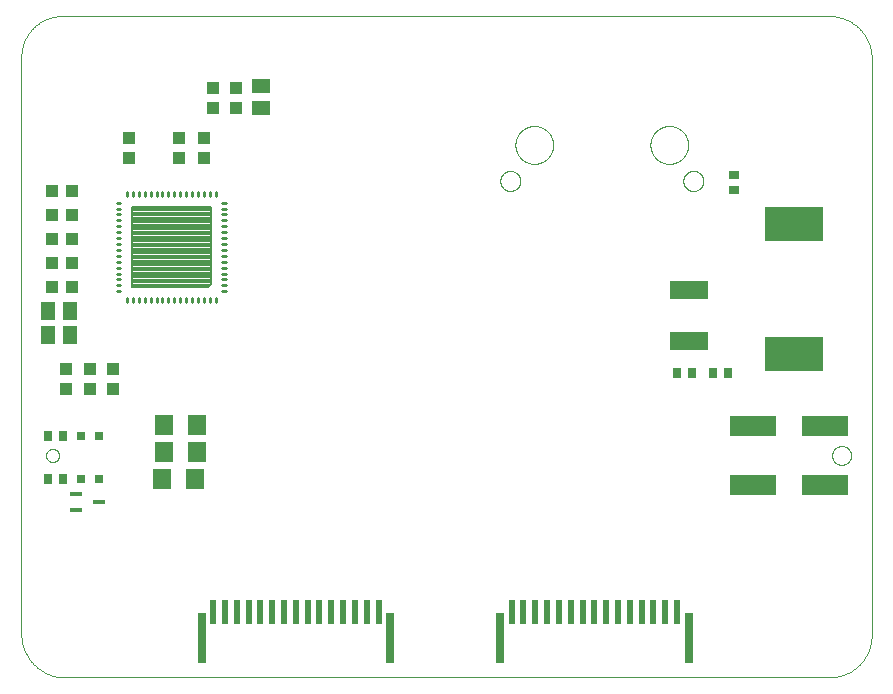
<source format=gtp>
G75*
%MOIN*%
%OFA0B0*%
%FSLAX25Y25*%
%IPPOS*%
%LPD*%
%AMOC8*
5,1,8,0,0,1.08239X$1,22.5*
%
%ADD10C,0.00000*%
%ADD11R,0.02400X0.07900*%
%ADD12R,0.02800X0.16500*%
%ADD13R,0.12992X0.06102*%
%ADD14R,0.02756X0.03543*%
%ADD15R,0.03150X0.03150*%
%ADD16R,0.06299X0.07087*%
%ADD17R,0.04400X0.01800*%
%ADD18R,0.15748X0.07087*%
%ADD19R,0.03543X0.02756*%
%ADD20R,0.19685X0.11811*%
%ADD21C,0.00984*%
%ADD22C,0.00800*%
%ADD23R,0.04331X0.03937*%
%ADD24R,0.03937X0.04331*%
%ADD25R,0.05906X0.05118*%
%ADD26R,0.05118X0.05906*%
D10*
X0015673Y0001500D02*
X0270791Y0001500D01*
X0271133Y0001504D01*
X0271476Y0001517D01*
X0271818Y0001537D01*
X0272159Y0001566D01*
X0272499Y0001603D01*
X0272839Y0001649D01*
X0273177Y0001702D01*
X0273514Y0001764D01*
X0273849Y0001834D01*
X0274183Y0001912D01*
X0274514Y0001998D01*
X0274844Y0002092D01*
X0275171Y0002194D01*
X0275495Y0002303D01*
X0275817Y0002421D01*
X0276136Y0002546D01*
X0276451Y0002679D01*
X0276764Y0002820D01*
X0277072Y0002968D01*
X0277378Y0003123D01*
X0277679Y0003286D01*
X0277976Y0003456D01*
X0278269Y0003633D01*
X0278558Y0003818D01*
X0278842Y0004009D01*
X0279122Y0004207D01*
X0279396Y0004411D01*
X0279666Y0004623D01*
X0279930Y0004840D01*
X0280189Y0005064D01*
X0280443Y0005295D01*
X0280691Y0005531D01*
X0280933Y0005773D01*
X0281169Y0006021D01*
X0281400Y0006275D01*
X0281624Y0006534D01*
X0281841Y0006798D01*
X0282053Y0007068D01*
X0282257Y0007342D01*
X0282455Y0007622D01*
X0282646Y0007906D01*
X0282831Y0008195D01*
X0283008Y0008488D01*
X0283178Y0008785D01*
X0283341Y0009086D01*
X0283496Y0009392D01*
X0283644Y0009700D01*
X0283785Y0010013D01*
X0283918Y0010328D01*
X0284043Y0010647D01*
X0284161Y0010969D01*
X0284270Y0011293D01*
X0284372Y0011620D01*
X0284466Y0011950D01*
X0284552Y0012281D01*
X0284630Y0012615D01*
X0284700Y0012950D01*
X0284762Y0013287D01*
X0284815Y0013625D01*
X0284861Y0013965D01*
X0284898Y0014305D01*
X0284927Y0014646D01*
X0284947Y0014988D01*
X0284960Y0015331D01*
X0284964Y0015673D01*
X0284965Y0015673D02*
X0284965Y0207799D01*
X0284964Y0207799D02*
X0284960Y0208141D01*
X0284947Y0208484D01*
X0284927Y0208826D01*
X0284898Y0209167D01*
X0284861Y0209507D01*
X0284815Y0209847D01*
X0284762Y0210185D01*
X0284700Y0210522D01*
X0284630Y0210857D01*
X0284552Y0211191D01*
X0284466Y0211522D01*
X0284372Y0211852D01*
X0284270Y0212179D01*
X0284161Y0212503D01*
X0284043Y0212825D01*
X0283918Y0213144D01*
X0283785Y0213459D01*
X0283644Y0213772D01*
X0283496Y0214080D01*
X0283341Y0214386D01*
X0283178Y0214687D01*
X0283008Y0214984D01*
X0282831Y0215277D01*
X0282646Y0215566D01*
X0282455Y0215850D01*
X0282257Y0216130D01*
X0282053Y0216404D01*
X0281841Y0216674D01*
X0281624Y0216938D01*
X0281400Y0217197D01*
X0281169Y0217451D01*
X0280933Y0217699D01*
X0280691Y0217941D01*
X0280443Y0218177D01*
X0280189Y0218408D01*
X0279930Y0218632D01*
X0279666Y0218849D01*
X0279396Y0219061D01*
X0279122Y0219265D01*
X0278842Y0219463D01*
X0278558Y0219654D01*
X0278269Y0219839D01*
X0277976Y0220016D01*
X0277679Y0220186D01*
X0277378Y0220349D01*
X0277072Y0220504D01*
X0276764Y0220652D01*
X0276451Y0220793D01*
X0276136Y0220926D01*
X0275817Y0221051D01*
X0275495Y0221169D01*
X0275171Y0221278D01*
X0274844Y0221380D01*
X0274514Y0221474D01*
X0274183Y0221560D01*
X0273849Y0221638D01*
X0273514Y0221708D01*
X0273177Y0221770D01*
X0272839Y0221823D01*
X0272499Y0221869D01*
X0272159Y0221906D01*
X0271818Y0221935D01*
X0271476Y0221955D01*
X0271133Y0221968D01*
X0270791Y0221972D01*
X0015673Y0221972D01*
X0015342Y0221980D01*
X0015012Y0221980D01*
X0014681Y0221972D01*
X0014351Y0221956D01*
X0014021Y0221932D01*
X0013692Y0221901D01*
X0013364Y0221861D01*
X0013037Y0221813D01*
X0012711Y0221758D01*
X0012386Y0221694D01*
X0012063Y0221623D01*
X0011742Y0221544D01*
X0011423Y0221457D01*
X0011107Y0221363D01*
X0010792Y0221261D01*
X0010480Y0221151D01*
X0010171Y0221034D01*
X0009865Y0220909D01*
X0009562Y0220777D01*
X0009262Y0220638D01*
X0008965Y0220492D01*
X0008672Y0220338D01*
X0008383Y0220177D01*
X0008098Y0220010D01*
X0007817Y0219836D01*
X0007541Y0219654D01*
X0007269Y0219467D01*
X0007001Y0219272D01*
X0006738Y0219072D01*
X0006480Y0218865D01*
X0006228Y0218652D01*
X0005980Y0218433D01*
X0005738Y0218207D01*
X0005501Y0217977D01*
X0005270Y0217740D01*
X0005045Y0217498D01*
X0004826Y0217251D01*
X0004612Y0216998D01*
X0004405Y0216740D01*
X0004204Y0216478D01*
X0004010Y0216210D01*
X0003822Y0215938D01*
X0003641Y0215662D01*
X0003466Y0215381D01*
X0003299Y0215096D01*
X0003138Y0214807D01*
X0002984Y0214514D01*
X0002838Y0214218D01*
X0002698Y0213918D01*
X0002566Y0213615D01*
X0002441Y0213309D01*
X0002324Y0213000D01*
X0002214Y0212688D01*
X0002112Y0212373D01*
X0002017Y0212057D01*
X0001930Y0211738D01*
X0001851Y0211417D01*
X0001779Y0211094D01*
X0001716Y0210769D01*
X0001660Y0210443D01*
X0001612Y0210116D01*
X0001572Y0209788D01*
X0001540Y0209459D01*
X0001516Y0209129D01*
X0001500Y0208799D01*
X0001500Y0016673D01*
X0001492Y0016318D01*
X0001492Y0015963D01*
X0001502Y0015609D01*
X0001520Y0015254D01*
X0001546Y0014901D01*
X0001581Y0014548D01*
X0001625Y0014195D01*
X0001677Y0013845D01*
X0001737Y0013495D01*
X0001806Y0013147D01*
X0001884Y0012801D01*
X0001969Y0012456D01*
X0002063Y0012114D01*
X0002165Y0011774D01*
X0002276Y0011437D01*
X0002394Y0011103D01*
X0002521Y0010771D01*
X0002655Y0010443D01*
X0002798Y0010118D01*
X0002948Y0009797D01*
X0003106Y0009479D01*
X0003271Y0009165D01*
X0003445Y0008855D01*
X0003625Y0008550D01*
X0003813Y0008249D01*
X0004008Y0007953D01*
X0004210Y0007661D01*
X0004419Y0007375D01*
X0004635Y0007093D01*
X0004858Y0006817D01*
X0005088Y0006546D01*
X0005323Y0006281D01*
X0005566Y0006022D01*
X0005814Y0005769D01*
X0006068Y0005521D01*
X0006329Y0005280D01*
X0006595Y0005046D01*
X0006867Y0004817D01*
X0007144Y0004596D01*
X0007426Y0004381D01*
X0007714Y0004173D01*
X0008006Y0003972D01*
X0008303Y0003778D01*
X0008605Y0003592D01*
X0008911Y0003413D01*
X0009222Y0003241D01*
X0009536Y0003077D01*
X0009855Y0002920D01*
X0010177Y0002771D01*
X0010502Y0002630D01*
X0010831Y0002497D01*
X0011163Y0002372D01*
X0011498Y0002255D01*
X0011836Y0002146D01*
X0012176Y0002046D01*
X0012518Y0001953D01*
X0012863Y0001869D01*
X0013210Y0001793D01*
X0013558Y0001726D01*
X0013908Y0001667D01*
X0014259Y0001616D01*
X0014611Y0001574D01*
X0014965Y0001541D01*
X0015319Y0001516D01*
X0015673Y0001500D01*
X0009776Y0075500D02*
X0009778Y0075593D01*
X0009784Y0075685D01*
X0009794Y0075777D01*
X0009808Y0075868D01*
X0009825Y0075959D01*
X0009847Y0076049D01*
X0009872Y0076138D01*
X0009901Y0076226D01*
X0009934Y0076312D01*
X0009971Y0076397D01*
X0010011Y0076481D01*
X0010055Y0076562D01*
X0010102Y0076642D01*
X0010152Y0076720D01*
X0010206Y0076795D01*
X0010263Y0076868D01*
X0010323Y0076938D01*
X0010386Y0077006D01*
X0010452Y0077071D01*
X0010520Y0077133D01*
X0010591Y0077193D01*
X0010665Y0077249D01*
X0010741Y0077302D01*
X0010819Y0077351D01*
X0010899Y0077398D01*
X0010981Y0077440D01*
X0011065Y0077480D01*
X0011150Y0077515D01*
X0011237Y0077547D01*
X0011325Y0077576D01*
X0011414Y0077600D01*
X0011504Y0077621D01*
X0011595Y0077637D01*
X0011687Y0077650D01*
X0011779Y0077659D01*
X0011872Y0077664D01*
X0011964Y0077665D01*
X0012057Y0077662D01*
X0012149Y0077655D01*
X0012241Y0077644D01*
X0012332Y0077629D01*
X0012423Y0077611D01*
X0012513Y0077588D01*
X0012601Y0077562D01*
X0012689Y0077532D01*
X0012775Y0077498D01*
X0012859Y0077461D01*
X0012942Y0077419D01*
X0013023Y0077375D01*
X0013103Y0077327D01*
X0013180Y0077276D01*
X0013254Y0077221D01*
X0013327Y0077163D01*
X0013397Y0077103D01*
X0013464Y0077039D01*
X0013528Y0076973D01*
X0013590Y0076903D01*
X0013648Y0076832D01*
X0013703Y0076758D01*
X0013755Y0076681D01*
X0013804Y0076602D01*
X0013850Y0076522D01*
X0013892Y0076439D01*
X0013930Y0076355D01*
X0013965Y0076269D01*
X0013996Y0076182D01*
X0014023Y0076094D01*
X0014046Y0076004D01*
X0014066Y0075914D01*
X0014082Y0075823D01*
X0014094Y0075731D01*
X0014102Y0075639D01*
X0014106Y0075546D01*
X0014106Y0075454D01*
X0014102Y0075361D01*
X0014094Y0075269D01*
X0014082Y0075177D01*
X0014066Y0075086D01*
X0014046Y0074996D01*
X0014023Y0074906D01*
X0013996Y0074818D01*
X0013965Y0074731D01*
X0013930Y0074645D01*
X0013892Y0074561D01*
X0013850Y0074478D01*
X0013804Y0074398D01*
X0013755Y0074319D01*
X0013703Y0074242D01*
X0013648Y0074168D01*
X0013590Y0074097D01*
X0013528Y0074027D01*
X0013464Y0073961D01*
X0013397Y0073897D01*
X0013327Y0073837D01*
X0013254Y0073779D01*
X0013180Y0073724D01*
X0013103Y0073673D01*
X0013024Y0073625D01*
X0012942Y0073581D01*
X0012859Y0073539D01*
X0012775Y0073502D01*
X0012689Y0073468D01*
X0012601Y0073438D01*
X0012513Y0073412D01*
X0012423Y0073389D01*
X0012332Y0073371D01*
X0012241Y0073356D01*
X0012149Y0073345D01*
X0012057Y0073338D01*
X0011964Y0073335D01*
X0011872Y0073336D01*
X0011779Y0073341D01*
X0011687Y0073350D01*
X0011595Y0073363D01*
X0011504Y0073379D01*
X0011414Y0073400D01*
X0011325Y0073424D01*
X0011237Y0073453D01*
X0011150Y0073485D01*
X0011065Y0073520D01*
X0010981Y0073560D01*
X0010899Y0073602D01*
X0010819Y0073649D01*
X0010741Y0073698D01*
X0010665Y0073751D01*
X0010591Y0073807D01*
X0010520Y0073867D01*
X0010452Y0073929D01*
X0010386Y0073994D01*
X0010323Y0074062D01*
X0010263Y0074132D01*
X0010206Y0074205D01*
X0010152Y0074280D01*
X0010102Y0074358D01*
X0010055Y0074438D01*
X0010011Y0074519D01*
X0009971Y0074603D01*
X0009934Y0074688D01*
X0009901Y0074774D01*
X0009872Y0074862D01*
X0009847Y0074951D01*
X0009825Y0075041D01*
X0009808Y0075132D01*
X0009794Y0075223D01*
X0009784Y0075315D01*
X0009778Y0075407D01*
X0009776Y0075500D01*
X0161142Y0166992D02*
X0161144Y0167107D01*
X0161150Y0167223D01*
X0161160Y0167338D01*
X0161174Y0167453D01*
X0161192Y0167567D01*
X0161214Y0167680D01*
X0161239Y0167793D01*
X0161269Y0167904D01*
X0161302Y0168015D01*
X0161339Y0168124D01*
X0161380Y0168232D01*
X0161425Y0168339D01*
X0161473Y0168444D01*
X0161525Y0168547D01*
X0161581Y0168648D01*
X0161640Y0168748D01*
X0161702Y0168845D01*
X0161768Y0168940D01*
X0161836Y0169033D01*
X0161908Y0169123D01*
X0161983Y0169211D01*
X0162062Y0169296D01*
X0162143Y0169378D01*
X0162226Y0169458D01*
X0162313Y0169534D01*
X0162402Y0169608D01*
X0162493Y0169678D01*
X0162587Y0169746D01*
X0162683Y0169810D01*
X0162782Y0169870D01*
X0162882Y0169927D01*
X0162984Y0169981D01*
X0163088Y0170031D01*
X0163194Y0170078D01*
X0163301Y0170121D01*
X0163410Y0170160D01*
X0163520Y0170195D01*
X0163631Y0170226D01*
X0163743Y0170254D01*
X0163856Y0170278D01*
X0163970Y0170298D01*
X0164085Y0170314D01*
X0164200Y0170326D01*
X0164315Y0170334D01*
X0164430Y0170338D01*
X0164546Y0170338D01*
X0164661Y0170334D01*
X0164776Y0170326D01*
X0164891Y0170314D01*
X0165006Y0170298D01*
X0165120Y0170278D01*
X0165233Y0170254D01*
X0165345Y0170226D01*
X0165456Y0170195D01*
X0165566Y0170160D01*
X0165675Y0170121D01*
X0165782Y0170078D01*
X0165888Y0170031D01*
X0165992Y0169981D01*
X0166094Y0169927D01*
X0166194Y0169870D01*
X0166293Y0169810D01*
X0166389Y0169746D01*
X0166483Y0169678D01*
X0166574Y0169608D01*
X0166663Y0169534D01*
X0166750Y0169458D01*
X0166833Y0169378D01*
X0166914Y0169296D01*
X0166993Y0169211D01*
X0167068Y0169123D01*
X0167140Y0169033D01*
X0167208Y0168940D01*
X0167274Y0168845D01*
X0167336Y0168748D01*
X0167395Y0168648D01*
X0167451Y0168547D01*
X0167503Y0168444D01*
X0167551Y0168339D01*
X0167596Y0168232D01*
X0167637Y0168124D01*
X0167674Y0168015D01*
X0167707Y0167904D01*
X0167737Y0167793D01*
X0167762Y0167680D01*
X0167784Y0167567D01*
X0167802Y0167453D01*
X0167816Y0167338D01*
X0167826Y0167223D01*
X0167832Y0167107D01*
X0167834Y0166992D01*
X0167832Y0166877D01*
X0167826Y0166761D01*
X0167816Y0166646D01*
X0167802Y0166531D01*
X0167784Y0166417D01*
X0167762Y0166304D01*
X0167737Y0166191D01*
X0167707Y0166080D01*
X0167674Y0165969D01*
X0167637Y0165860D01*
X0167596Y0165752D01*
X0167551Y0165645D01*
X0167503Y0165540D01*
X0167451Y0165437D01*
X0167395Y0165336D01*
X0167336Y0165236D01*
X0167274Y0165139D01*
X0167208Y0165044D01*
X0167140Y0164951D01*
X0167068Y0164861D01*
X0166993Y0164773D01*
X0166914Y0164688D01*
X0166833Y0164606D01*
X0166750Y0164526D01*
X0166663Y0164450D01*
X0166574Y0164376D01*
X0166483Y0164306D01*
X0166389Y0164238D01*
X0166293Y0164174D01*
X0166194Y0164114D01*
X0166094Y0164057D01*
X0165992Y0164003D01*
X0165888Y0163953D01*
X0165782Y0163906D01*
X0165675Y0163863D01*
X0165566Y0163824D01*
X0165456Y0163789D01*
X0165345Y0163758D01*
X0165233Y0163730D01*
X0165120Y0163706D01*
X0165006Y0163686D01*
X0164891Y0163670D01*
X0164776Y0163658D01*
X0164661Y0163650D01*
X0164546Y0163646D01*
X0164430Y0163646D01*
X0164315Y0163650D01*
X0164200Y0163658D01*
X0164085Y0163670D01*
X0163970Y0163686D01*
X0163856Y0163706D01*
X0163743Y0163730D01*
X0163631Y0163758D01*
X0163520Y0163789D01*
X0163410Y0163824D01*
X0163301Y0163863D01*
X0163194Y0163906D01*
X0163088Y0163953D01*
X0162984Y0164003D01*
X0162882Y0164057D01*
X0162782Y0164114D01*
X0162683Y0164174D01*
X0162587Y0164238D01*
X0162493Y0164306D01*
X0162402Y0164376D01*
X0162313Y0164450D01*
X0162226Y0164526D01*
X0162143Y0164606D01*
X0162062Y0164688D01*
X0161983Y0164773D01*
X0161908Y0164861D01*
X0161836Y0164951D01*
X0161768Y0165044D01*
X0161702Y0165139D01*
X0161640Y0165236D01*
X0161581Y0165336D01*
X0161525Y0165437D01*
X0161473Y0165540D01*
X0161425Y0165645D01*
X0161380Y0165752D01*
X0161339Y0165860D01*
X0161302Y0165969D01*
X0161269Y0166080D01*
X0161239Y0166191D01*
X0161214Y0166304D01*
X0161192Y0166417D01*
X0161174Y0166531D01*
X0161160Y0166646D01*
X0161150Y0166761D01*
X0161144Y0166877D01*
X0161142Y0166992D01*
X0166201Y0179000D02*
X0166203Y0179158D01*
X0166209Y0179316D01*
X0166219Y0179474D01*
X0166233Y0179632D01*
X0166251Y0179789D01*
X0166272Y0179946D01*
X0166298Y0180102D01*
X0166328Y0180258D01*
X0166361Y0180413D01*
X0166399Y0180566D01*
X0166440Y0180719D01*
X0166485Y0180871D01*
X0166534Y0181022D01*
X0166587Y0181171D01*
X0166643Y0181319D01*
X0166703Y0181465D01*
X0166767Y0181610D01*
X0166835Y0181753D01*
X0166906Y0181895D01*
X0166980Y0182035D01*
X0167058Y0182172D01*
X0167140Y0182308D01*
X0167224Y0182442D01*
X0167313Y0182573D01*
X0167404Y0182702D01*
X0167499Y0182829D01*
X0167596Y0182954D01*
X0167697Y0183076D01*
X0167801Y0183195D01*
X0167908Y0183312D01*
X0168018Y0183426D01*
X0168131Y0183537D01*
X0168246Y0183646D01*
X0168364Y0183751D01*
X0168485Y0183853D01*
X0168608Y0183953D01*
X0168734Y0184049D01*
X0168862Y0184142D01*
X0168992Y0184232D01*
X0169125Y0184318D01*
X0169260Y0184402D01*
X0169396Y0184481D01*
X0169535Y0184558D01*
X0169676Y0184630D01*
X0169818Y0184700D01*
X0169962Y0184765D01*
X0170108Y0184827D01*
X0170255Y0184885D01*
X0170404Y0184940D01*
X0170554Y0184991D01*
X0170705Y0185038D01*
X0170857Y0185081D01*
X0171010Y0185120D01*
X0171165Y0185156D01*
X0171320Y0185187D01*
X0171476Y0185215D01*
X0171632Y0185239D01*
X0171789Y0185259D01*
X0171947Y0185275D01*
X0172104Y0185287D01*
X0172263Y0185295D01*
X0172421Y0185299D01*
X0172579Y0185299D01*
X0172737Y0185295D01*
X0172896Y0185287D01*
X0173053Y0185275D01*
X0173211Y0185259D01*
X0173368Y0185239D01*
X0173524Y0185215D01*
X0173680Y0185187D01*
X0173835Y0185156D01*
X0173990Y0185120D01*
X0174143Y0185081D01*
X0174295Y0185038D01*
X0174446Y0184991D01*
X0174596Y0184940D01*
X0174745Y0184885D01*
X0174892Y0184827D01*
X0175038Y0184765D01*
X0175182Y0184700D01*
X0175324Y0184630D01*
X0175465Y0184558D01*
X0175604Y0184481D01*
X0175740Y0184402D01*
X0175875Y0184318D01*
X0176008Y0184232D01*
X0176138Y0184142D01*
X0176266Y0184049D01*
X0176392Y0183953D01*
X0176515Y0183853D01*
X0176636Y0183751D01*
X0176754Y0183646D01*
X0176869Y0183537D01*
X0176982Y0183426D01*
X0177092Y0183312D01*
X0177199Y0183195D01*
X0177303Y0183076D01*
X0177404Y0182954D01*
X0177501Y0182829D01*
X0177596Y0182702D01*
X0177687Y0182573D01*
X0177776Y0182442D01*
X0177860Y0182308D01*
X0177942Y0182172D01*
X0178020Y0182035D01*
X0178094Y0181895D01*
X0178165Y0181753D01*
X0178233Y0181610D01*
X0178297Y0181465D01*
X0178357Y0181319D01*
X0178413Y0181171D01*
X0178466Y0181022D01*
X0178515Y0180871D01*
X0178560Y0180719D01*
X0178601Y0180566D01*
X0178639Y0180413D01*
X0178672Y0180258D01*
X0178702Y0180102D01*
X0178728Y0179946D01*
X0178749Y0179789D01*
X0178767Y0179632D01*
X0178781Y0179474D01*
X0178791Y0179316D01*
X0178797Y0179158D01*
X0178799Y0179000D01*
X0178797Y0178842D01*
X0178791Y0178684D01*
X0178781Y0178526D01*
X0178767Y0178368D01*
X0178749Y0178211D01*
X0178728Y0178054D01*
X0178702Y0177898D01*
X0178672Y0177742D01*
X0178639Y0177587D01*
X0178601Y0177434D01*
X0178560Y0177281D01*
X0178515Y0177129D01*
X0178466Y0176978D01*
X0178413Y0176829D01*
X0178357Y0176681D01*
X0178297Y0176535D01*
X0178233Y0176390D01*
X0178165Y0176247D01*
X0178094Y0176105D01*
X0178020Y0175965D01*
X0177942Y0175828D01*
X0177860Y0175692D01*
X0177776Y0175558D01*
X0177687Y0175427D01*
X0177596Y0175298D01*
X0177501Y0175171D01*
X0177404Y0175046D01*
X0177303Y0174924D01*
X0177199Y0174805D01*
X0177092Y0174688D01*
X0176982Y0174574D01*
X0176869Y0174463D01*
X0176754Y0174354D01*
X0176636Y0174249D01*
X0176515Y0174147D01*
X0176392Y0174047D01*
X0176266Y0173951D01*
X0176138Y0173858D01*
X0176008Y0173768D01*
X0175875Y0173682D01*
X0175740Y0173598D01*
X0175604Y0173519D01*
X0175465Y0173442D01*
X0175324Y0173370D01*
X0175182Y0173300D01*
X0175038Y0173235D01*
X0174892Y0173173D01*
X0174745Y0173115D01*
X0174596Y0173060D01*
X0174446Y0173009D01*
X0174295Y0172962D01*
X0174143Y0172919D01*
X0173990Y0172880D01*
X0173835Y0172844D01*
X0173680Y0172813D01*
X0173524Y0172785D01*
X0173368Y0172761D01*
X0173211Y0172741D01*
X0173053Y0172725D01*
X0172896Y0172713D01*
X0172737Y0172705D01*
X0172579Y0172701D01*
X0172421Y0172701D01*
X0172263Y0172705D01*
X0172104Y0172713D01*
X0171947Y0172725D01*
X0171789Y0172741D01*
X0171632Y0172761D01*
X0171476Y0172785D01*
X0171320Y0172813D01*
X0171165Y0172844D01*
X0171010Y0172880D01*
X0170857Y0172919D01*
X0170705Y0172962D01*
X0170554Y0173009D01*
X0170404Y0173060D01*
X0170255Y0173115D01*
X0170108Y0173173D01*
X0169962Y0173235D01*
X0169818Y0173300D01*
X0169676Y0173370D01*
X0169535Y0173442D01*
X0169396Y0173519D01*
X0169260Y0173598D01*
X0169125Y0173682D01*
X0168992Y0173768D01*
X0168862Y0173858D01*
X0168734Y0173951D01*
X0168608Y0174047D01*
X0168485Y0174147D01*
X0168364Y0174249D01*
X0168246Y0174354D01*
X0168131Y0174463D01*
X0168018Y0174574D01*
X0167908Y0174688D01*
X0167801Y0174805D01*
X0167697Y0174924D01*
X0167596Y0175046D01*
X0167499Y0175171D01*
X0167404Y0175298D01*
X0167313Y0175427D01*
X0167224Y0175558D01*
X0167140Y0175692D01*
X0167058Y0175828D01*
X0166980Y0175965D01*
X0166906Y0176105D01*
X0166835Y0176247D01*
X0166767Y0176390D01*
X0166703Y0176535D01*
X0166643Y0176681D01*
X0166587Y0176829D01*
X0166534Y0176978D01*
X0166485Y0177129D01*
X0166440Y0177281D01*
X0166399Y0177434D01*
X0166361Y0177587D01*
X0166328Y0177742D01*
X0166298Y0177898D01*
X0166272Y0178054D01*
X0166251Y0178211D01*
X0166233Y0178368D01*
X0166219Y0178526D01*
X0166209Y0178684D01*
X0166203Y0178842D01*
X0166201Y0179000D01*
X0211201Y0179000D02*
X0211203Y0179158D01*
X0211209Y0179316D01*
X0211219Y0179474D01*
X0211233Y0179632D01*
X0211251Y0179789D01*
X0211272Y0179946D01*
X0211298Y0180102D01*
X0211328Y0180258D01*
X0211361Y0180413D01*
X0211399Y0180566D01*
X0211440Y0180719D01*
X0211485Y0180871D01*
X0211534Y0181022D01*
X0211587Y0181171D01*
X0211643Y0181319D01*
X0211703Y0181465D01*
X0211767Y0181610D01*
X0211835Y0181753D01*
X0211906Y0181895D01*
X0211980Y0182035D01*
X0212058Y0182172D01*
X0212140Y0182308D01*
X0212224Y0182442D01*
X0212313Y0182573D01*
X0212404Y0182702D01*
X0212499Y0182829D01*
X0212596Y0182954D01*
X0212697Y0183076D01*
X0212801Y0183195D01*
X0212908Y0183312D01*
X0213018Y0183426D01*
X0213131Y0183537D01*
X0213246Y0183646D01*
X0213364Y0183751D01*
X0213485Y0183853D01*
X0213608Y0183953D01*
X0213734Y0184049D01*
X0213862Y0184142D01*
X0213992Y0184232D01*
X0214125Y0184318D01*
X0214260Y0184402D01*
X0214396Y0184481D01*
X0214535Y0184558D01*
X0214676Y0184630D01*
X0214818Y0184700D01*
X0214962Y0184765D01*
X0215108Y0184827D01*
X0215255Y0184885D01*
X0215404Y0184940D01*
X0215554Y0184991D01*
X0215705Y0185038D01*
X0215857Y0185081D01*
X0216010Y0185120D01*
X0216165Y0185156D01*
X0216320Y0185187D01*
X0216476Y0185215D01*
X0216632Y0185239D01*
X0216789Y0185259D01*
X0216947Y0185275D01*
X0217104Y0185287D01*
X0217263Y0185295D01*
X0217421Y0185299D01*
X0217579Y0185299D01*
X0217737Y0185295D01*
X0217896Y0185287D01*
X0218053Y0185275D01*
X0218211Y0185259D01*
X0218368Y0185239D01*
X0218524Y0185215D01*
X0218680Y0185187D01*
X0218835Y0185156D01*
X0218990Y0185120D01*
X0219143Y0185081D01*
X0219295Y0185038D01*
X0219446Y0184991D01*
X0219596Y0184940D01*
X0219745Y0184885D01*
X0219892Y0184827D01*
X0220038Y0184765D01*
X0220182Y0184700D01*
X0220324Y0184630D01*
X0220465Y0184558D01*
X0220604Y0184481D01*
X0220740Y0184402D01*
X0220875Y0184318D01*
X0221008Y0184232D01*
X0221138Y0184142D01*
X0221266Y0184049D01*
X0221392Y0183953D01*
X0221515Y0183853D01*
X0221636Y0183751D01*
X0221754Y0183646D01*
X0221869Y0183537D01*
X0221982Y0183426D01*
X0222092Y0183312D01*
X0222199Y0183195D01*
X0222303Y0183076D01*
X0222404Y0182954D01*
X0222501Y0182829D01*
X0222596Y0182702D01*
X0222687Y0182573D01*
X0222776Y0182442D01*
X0222860Y0182308D01*
X0222942Y0182172D01*
X0223020Y0182035D01*
X0223094Y0181895D01*
X0223165Y0181753D01*
X0223233Y0181610D01*
X0223297Y0181465D01*
X0223357Y0181319D01*
X0223413Y0181171D01*
X0223466Y0181022D01*
X0223515Y0180871D01*
X0223560Y0180719D01*
X0223601Y0180566D01*
X0223639Y0180413D01*
X0223672Y0180258D01*
X0223702Y0180102D01*
X0223728Y0179946D01*
X0223749Y0179789D01*
X0223767Y0179632D01*
X0223781Y0179474D01*
X0223791Y0179316D01*
X0223797Y0179158D01*
X0223799Y0179000D01*
X0223797Y0178842D01*
X0223791Y0178684D01*
X0223781Y0178526D01*
X0223767Y0178368D01*
X0223749Y0178211D01*
X0223728Y0178054D01*
X0223702Y0177898D01*
X0223672Y0177742D01*
X0223639Y0177587D01*
X0223601Y0177434D01*
X0223560Y0177281D01*
X0223515Y0177129D01*
X0223466Y0176978D01*
X0223413Y0176829D01*
X0223357Y0176681D01*
X0223297Y0176535D01*
X0223233Y0176390D01*
X0223165Y0176247D01*
X0223094Y0176105D01*
X0223020Y0175965D01*
X0222942Y0175828D01*
X0222860Y0175692D01*
X0222776Y0175558D01*
X0222687Y0175427D01*
X0222596Y0175298D01*
X0222501Y0175171D01*
X0222404Y0175046D01*
X0222303Y0174924D01*
X0222199Y0174805D01*
X0222092Y0174688D01*
X0221982Y0174574D01*
X0221869Y0174463D01*
X0221754Y0174354D01*
X0221636Y0174249D01*
X0221515Y0174147D01*
X0221392Y0174047D01*
X0221266Y0173951D01*
X0221138Y0173858D01*
X0221008Y0173768D01*
X0220875Y0173682D01*
X0220740Y0173598D01*
X0220604Y0173519D01*
X0220465Y0173442D01*
X0220324Y0173370D01*
X0220182Y0173300D01*
X0220038Y0173235D01*
X0219892Y0173173D01*
X0219745Y0173115D01*
X0219596Y0173060D01*
X0219446Y0173009D01*
X0219295Y0172962D01*
X0219143Y0172919D01*
X0218990Y0172880D01*
X0218835Y0172844D01*
X0218680Y0172813D01*
X0218524Y0172785D01*
X0218368Y0172761D01*
X0218211Y0172741D01*
X0218053Y0172725D01*
X0217896Y0172713D01*
X0217737Y0172705D01*
X0217579Y0172701D01*
X0217421Y0172701D01*
X0217263Y0172705D01*
X0217104Y0172713D01*
X0216947Y0172725D01*
X0216789Y0172741D01*
X0216632Y0172761D01*
X0216476Y0172785D01*
X0216320Y0172813D01*
X0216165Y0172844D01*
X0216010Y0172880D01*
X0215857Y0172919D01*
X0215705Y0172962D01*
X0215554Y0173009D01*
X0215404Y0173060D01*
X0215255Y0173115D01*
X0215108Y0173173D01*
X0214962Y0173235D01*
X0214818Y0173300D01*
X0214676Y0173370D01*
X0214535Y0173442D01*
X0214396Y0173519D01*
X0214260Y0173598D01*
X0214125Y0173682D01*
X0213992Y0173768D01*
X0213862Y0173858D01*
X0213734Y0173951D01*
X0213608Y0174047D01*
X0213485Y0174147D01*
X0213364Y0174249D01*
X0213246Y0174354D01*
X0213131Y0174463D01*
X0213018Y0174574D01*
X0212908Y0174688D01*
X0212801Y0174805D01*
X0212697Y0174924D01*
X0212596Y0175046D01*
X0212499Y0175171D01*
X0212404Y0175298D01*
X0212313Y0175427D01*
X0212224Y0175558D01*
X0212140Y0175692D01*
X0212058Y0175828D01*
X0211980Y0175965D01*
X0211906Y0176105D01*
X0211835Y0176247D01*
X0211767Y0176390D01*
X0211703Y0176535D01*
X0211643Y0176681D01*
X0211587Y0176829D01*
X0211534Y0176978D01*
X0211485Y0177129D01*
X0211440Y0177281D01*
X0211399Y0177434D01*
X0211361Y0177587D01*
X0211328Y0177742D01*
X0211298Y0177898D01*
X0211272Y0178054D01*
X0211251Y0178211D01*
X0211233Y0178368D01*
X0211219Y0178526D01*
X0211209Y0178684D01*
X0211203Y0178842D01*
X0211201Y0179000D01*
X0222166Y0166992D02*
X0222168Y0167107D01*
X0222174Y0167223D01*
X0222184Y0167338D01*
X0222198Y0167453D01*
X0222216Y0167567D01*
X0222238Y0167680D01*
X0222263Y0167793D01*
X0222293Y0167904D01*
X0222326Y0168015D01*
X0222363Y0168124D01*
X0222404Y0168232D01*
X0222449Y0168339D01*
X0222497Y0168444D01*
X0222549Y0168547D01*
X0222605Y0168648D01*
X0222664Y0168748D01*
X0222726Y0168845D01*
X0222792Y0168940D01*
X0222860Y0169033D01*
X0222932Y0169123D01*
X0223007Y0169211D01*
X0223086Y0169296D01*
X0223167Y0169378D01*
X0223250Y0169458D01*
X0223337Y0169534D01*
X0223426Y0169608D01*
X0223517Y0169678D01*
X0223611Y0169746D01*
X0223707Y0169810D01*
X0223806Y0169870D01*
X0223906Y0169927D01*
X0224008Y0169981D01*
X0224112Y0170031D01*
X0224218Y0170078D01*
X0224325Y0170121D01*
X0224434Y0170160D01*
X0224544Y0170195D01*
X0224655Y0170226D01*
X0224767Y0170254D01*
X0224880Y0170278D01*
X0224994Y0170298D01*
X0225109Y0170314D01*
X0225224Y0170326D01*
X0225339Y0170334D01*
X0225454Y0170338D01*
X0225570Y0170338D01*
X0225685Y0170334D01*
X0225800Y0170326D01*
X0225915Y0170314D01*
X0226030Y0170298D01*
X0226144Y0170278D01*
X0226257Y0170254D01*
X0226369Y0170226D01*
X0226480Y0170195D01*
X0226590Y0170160D01*
X0226699Y0170121D01*
X0226806Y0170078D01*
X0226912Y0170031D01*
X0227016Y0169981D01*
X0227118Y0169927D01*
X0227218Y0169870D01*
X0227317Y0169810D01*
X0227413Y0169746D01*
X0227507Y0169678D01*
X0227598Y0169608D01*
X0227687Y0169534D01*
X0227774Y0169458D01*
X0227857Y0169378D01*
X0227938Y0169296D01*
X0228017Y0169211D01*
X0228092Y0169123D01*
X0228164Y0169033D01*
X0228232Y0168940D01*
X0228298Y0168845D01*
X0228360Y0168748D01*
X0228419Y0168648D01*
X0228475Y0168547D01*
X0228527Y0168444D01*
X0228575Y0168339D01*
X0228620Y0168232D01*
X0228661Y0168124D01*
X0228698Y0168015D01*
X0228731Y0167904D01*
X0228761Y0167793D01*
X0228786Y0167680D01*
X0228808Y0167567D01*
X0228826Y0167453D01*
X0228840Y0167338D01*
X0228850Y0167223D01*
X0228856Y0167107D01*
X0228858Y0166992D01*
X0228856Y0166877D01*
X0228850Y0166761D01*
X0228840Y0166646D01*
X0228826Y0166531D01*
X0228808Y0166417D01*
X0228786Y0166304D01*
X0228761Y0166191D01*
X0228731Y0166080D01*
X0228698Y0165969D01*
X0228661Y0165860D01*
X0228620Y0165752D01*
X0228575Y0165645D01*
X0228527Y0165540D01*
X0228475Y0165437D01*
X0228419Y0165336D01*
X0228360Y0165236D01*
X0228298Y0165139D01*
X0228232Y0165044D01*
X0228164Y0164951D01*
X0228092Y0164861D01*
X0228017Y0164773D01*
X0227938Y0164688D01*
X0227857Y0164606D01*
X0227774Y0164526D01*
X0227687Y0164450D01*
X0227598Y0164376D01*
X0227507Y0164306D01*
X0227413Y0164238D01*
X0227317Y0164174D01*
X0227218Y0164114D01*
X0227118Y0164057D01*
X0227016Y0164003D01*
X0226912Y0163953D01*
X0226806Y0163906D01*
X0226699Y0163863D01*
X0226590Y0163824D01*
X0226480Y0163789D01*
X0226369Y0163758D01*
X0226257Y0163730D01*
X0226144Y0163706D01*
X0226030Y0163686D01*
X0225915Y0163670D01*
X0225800Y0163658D01*
X0225685Y0163650D01*
X0225570Y0163646D01*
X0225454Y0163646D01*
X0225339Y0163650D01*
X0225224Y0163658D01*
X0225109Y0163670D01*
X0224994Y0163686D01*
X0224880Y0163706D01*
X0224767Y0163730D01*
X0224655Y0163758D01*
X0224544Y0163789D01*
X0224434Y0163824D01*
X0224325Y0163863D01*
X0224218Y0163906D01*
X0224112Y0163953D01*
X0224008Y0164003D01*
X0223906Y0164057D01*
X0223806Y0164114D01*
X0223707Y0164174D01*
X0223611Y0164238D01*
X0223517Y0164306D01*
X0223426Y0164376D01*
X0223337Y0164450D01*
X0223250Y0164526D01*
X0223167Y0164606D01*
X0223086Y0164688D01*
X0223007Y0164773D01*
X0222932Y0164861D01*
X0222860Y0164951D01*
X0222792Y0165044D01*
X0222726Y0165139D01*
X0222664Y0165236D01*
X0222605Y0165336D01*
X0222549Y0165437D01*
X0222497Y0165540D01*
X0222449Y0165645D01*
X0222404Y0165752D01*
X0222363Y0165860D01*
X0222326Y0165969D01*
X0222293Y0166080D01*
X0222263Y0166191D01*
X0222238Y0166304D01*
X0222216Y0166417D01*
X0222198Y0166531D01*
X0222184Y0166646D01*
X0222174Y0166761D01*
X0222168Y0166877D01*
X0222166Y0166992D01*
X0271783Y0075500D02*
X0271785Y0075612D01*
X0271791Y0075723D01*
X0271801Y0075835D01*
X0271815Y0075946D01*
X0271832Y0076056D01*
X0271854Y0076166D01*
X0271880Y0076275D01*
X0271909Y0076383D01*
X0271942Y0076489D01*
X0271979Y0076595D01*
X0272020Y0076699D01*
X0272065Y0076802D01*
X0272113Y0076903D01*
X0272164Y0077002D01*
X0272219Y0077099D01*
X0272278Y0077194D01*
X0272339Y0077288D01*
X0272404Y0077379D01*
X0272473Y0077467D01*
X0272544Y0077553D01*
X0272618Y0077637D01*
X0272696Y0077717D01*
X0272776Y0077795D01*
X0272859Y0077871D01*
X0272944Y0077943D01*
X0273032Y0078012D01*
X0273122Y0078078D01*
X0273215Y0078140D01*
X0273310Y0078200D01*
X0273407Y0078256D01*
X0273505Y0078308D01*
X0273606Y0078357D01*
X0273708Y0078402D01*
X0273812Y0078444D01*
X0273917Y0078482D01*
X0274024Y0078516D01*
X0274131Y0078546D01*
X0274240Y0078573D01*
X0274349Y0078595D01*
X0274460Y0078614D01*
X0274570Y0078629D01*
X0274682Y0078640D01*
X0274793Y0078647D01*
X0274905Y0078650D01*
X0275017Y0078649D01*
X0275129Y0078644D01*
X0275240Y0078635D01*
X0275351Y0078622D01*
X0275462Y0078605D01*
X0275572Y0078585D01*
X0275681Y0078560D01*
X0275789Y0078532D01*
X0275896Y0078499D01*
X0276002Y0078463D01*
X0276106Y0078423D01*
X0276209Y0078380D01*
X0276311Y0078333D01*
X0276410Y0078282D01*
X0276508Y0078228D01*
X0276604Y0078170D01*
X0276698Y0078109D01*
X0276789Y0078045D01*
X0276878Y0077978D01*
X0276965Y0077907D01*
X0277049Y0077833D01*
X0277131Y0077757D01*
X0277209Y0077677D01*
X0277285Y0077595D01*
X0277358Y0077510D01*
X0277428Y0077423D01*
X0277494Y0077333D01*
X0277558Y0077241D01*
X0277618Y0077147D01*
X0277675Y0077051D01*
X0277728Y0076952D01*
X0277778Y0076852D01*
X0277824Y0076751D01*
X0277867Y0076647D01*
X0277906Y0076542D01*
X0277941Y0076436D01*
X0277972Y0076329D01*
X0278000Y0076220D01*
X0278023Y0076111D01*
X0278043Y0076001D01*
X0278059Y0075890D01*
X0278071Y0075779D01*
X0278079Y0075668D01*
X0278083Y0075556D01*
X0278083Y0075444D01*
X0278079Y0075332D01*
X0278071Y0075221D01*
X0278059Y0075110D01*
X0278043Y0074999D01*
X0278023Y0074889D01*
X0278000Y0074780D01*
X0277972Y0074671D01*
X0277941Y0074564D01*
X0277906Y0074458D01*
X0277867Y0074353D01*
X0277824Y0074249D01*
X0277778Y0074148D01*
X0277728Y0074048D01*
X0277675Y0073949D01*
X0277618Y0073853D01*
X0277558Y0073759D01*
X0277494Y0073667D01*
X0277428Y0073577D01*
X0277358Y0073490D01*
X0277285Y0073405D01*
X0277209Y0073323D01*
X0277131Y0073243D01*
X0277049Y0073167D01*
X0276965Y0073093D01*
X0276878Y0073022D01*
X0276789Y0072955D01*
X0276698Y0072891D01*
X0276604Y0072830D01*
X0276508Y0072772D01*
X0276410Y0072718D01*
X0276311Y0072667D01*
X0276209Y0072620D01*
X0276106Y0072577D01*
X0276002Y0072537D01*
X0275896Y0072501D01*
X0275789Y0072468D01*
X0275681Y0072440D01*
X0275572Y0072415D01*
X0275462Y0072395D01*
X0275351Y0072378D01*
X0275240Y0072365D01*
X0275129Y0072356D01*
X0275017Y0072351D01*
X0274905Y0072350D01*
X0274793Y0072353D01*
X0274682Y0072360D01*
X0274570Y0072371D01*
X0274460Y0072386D01*
X0274349Y0072405D01*
X0274240Y0072427D01*
X0274131Y0072454D01*
X0274024Y0072484D01*
X0273917Y0072518D01*
X0273812Y0072556D01*
X0273708Y0072598D01*
X0273606Y0072643D01*
X0273505Y0072692D01*
X0273407Y0072744D01*
X0273310Y0072800D01*
X0273215Y0072860D01*
X0273122Y0072922D01*
X0273032Y0072988D01*
X0272944Y0073057D01*
X0272859Y0073129D01*
X0272776Y0073205D01*
X0272696Y0073283D01*
X0272618Y0073363D01*
X0272544Y0073447D01*
X0272473Y0073533D01*
X0272404Y0073621D01*
X0272339Y0073712D01*
X0272278Y0073806D01*
X0272219Y0073901D01*
X0272164Y0073998D01*
X0272113Y0074097D01*
X0272065Y0074198D01*
X0272020Y0074301D01*
X0271979Y0074405D01*
X0271942Y0074511D01*
X0271909Y0074617D01*
X0271880Y0074725D01*
X0271854Y0074834D01*
X0271832Y0074944D01*
X0271815Y0075054D01*
X0271801Y0075165D01*
X0271791Y0075277D01*
X0271785Y0075388D01*
X0271783Y0075500D01*
D11*
X0220100Y0023200D03*
X0216200Y0023200D03*
X0212200Y0023200D03*
X0208300Y0023200D03*
X0204300Y0023200D03*
X0200400Y0023200D03*
X0196500Y0023200D03*
X0192500Y0023200D03*
X0188600Y0023200D03*
X0184700Y0023200D03*
X0180700Y0023200D03*
X0176800Y0023200D03*
X0172800Y0023200D03*
X0168900Y0023200D03*
X0165000Y0023200D03*
X0120600Y0023200D03*
X0116700Y0023200D03*
X0112700Y0023200D03*
X0108800Y0023200D03*
X0104800Y0023200D03*
X0100900Y0023200D03*
X0097000Y0023200D03*
X0093000Y0023200D03*
X0089100Y0023200D03*
X0085200Y0023200D03*
X0081200Y0023200D03*
X0077300Y0023200D03*
X0073300Y0023200D03*
X0069400Y0023200D03*
X0065500Y0023200D03*
D12*
X0061600Y0014800D03*
X0124500Y0014800D03*
X0161100Y0014800D03*
X0224000Y0014800D03*
D13*
X0224200Y0113598D03*
X0224200Y0130802D03*
D14*
X0225059Y0103000D03*
X0219941Y0103000D03*
X0231941Y0103000D03*
X0237059Y0103000D03*
X0015559Y0082000D03*
X0010441Y0082000D03*
X0010441Y0067500D03*
X0015559Y0067500D03*
D15*
X0021547Y0067500D03*
X0027453Y0067500D03*
X0027453Y0082000D03*
X0021547Y0082000D03*
D16*
X0048488Y0067500D03*
X0048988Y0076500D03*
X0060012Y0076500D03*
X0060012Y0085500D03*
X0048988Y0085500D03*
X0059512Y0067500D03*
D17*
X0027400Y0059950D03*
X0019800Y0057350D03*
X0019800Y0062550D03*
D18*
X0245500Y0065657D03*
X0245500Y0085343D03*
X0269500Y0085343D03*
X0269500Y0065657D03*
D19*
X0239150Y0163941D03*
X0239150Y0169059D03*
D20*
X0259000Y0152654D03*
X0259000Y0109346D03*
D21*
X0069716Y0130236D02*
X0068536Y0130236D01*
X0068536Y0132205D02*
X0069716Y0132205D01*
X0069716Y0134173D02*
X0068536Y0134173D01*
X0068536Y0136142D02*
X0069716Y0136142D01*
X0069716Y0138110D02*
X0068536Y0138110D01*
X0068536Y0140079D02*
X0069716Y0140079D01*
X0069716Y0142047D02*
X0068536Y0142047D01*
X0068536Y0144016D02*
X0069716Y0144016D01*
X0069716Y0145984D02*
X0068536Y0145984D01*
X0068536Y0147953D02*
X0069716Y0147953D01*
X0069716Y0149921D02*
X0068536Y0149921D01*
X0068536Y0151890D02*
X0069716Y0151890D01*
X0069716Y0153858D02*
X0068536Y0153858D01*
X0068536Y0155827D02*
X0069716Y0155827D01*
X0069716Y0157795D02*
X0068536Y0157795D01*
X0068536Y0159764D02*
X0069716Y0159764D01*
X0066264Y0162036D02*
X0066264Y0163216D01*
X0064295Y0163216D02*
X0064295Y0162036D01*
X0062327Y0162036D02*
X0062327Y0163216D01*
X0060358Y0163216D02*
X0060358Y0162036D01*
X0058390Y0162036D02*
X0058390Y0163216D01*
X0056421Y0163216D02*
X0056421Y0162036D01*
X0054453Y0162036D02*
X0054453Y0163216D01*
X0052484Y0163216D02*
X0052484Y0162036D01*
X0050516Y0162036D02*
X0050516Y0163216D01*
X0048547Y0163216D02*
X0048547Y0162036D01*
X0046579Y0162036D02*
X0046579Y0163216D01*
X0044610Y0163216D02*
X0044610Y0162036D01*
X0042642Y0162036D02*
X0042642Y0163216D01*
X0040673Y0163216D02*
X0040673Y0162036D01*
X0038705Y0162036D02*
X0038705Y0163216D01*
X0036736Y0163216D02*
X0036736Y0162036D01*
X0034464Y0159764D02*
X0033284Y0159764D01*
X0033284Y0157795D02*
X0034464Y0157795D01*
X0034464Y0155827D02*
X0033284Y0155827D01*
X0033284Y0153858D02*
X0034464Y0153858D01*
X0034464Y0151890D02*
X0033284Y0151890D01*
X0033284Y0149921D02*
X0034464Y0149921D01*
X0034464Y0147953D02*
X0033284Y0147953D01*
X0033284Y0145984D02*
X0034464Y0145984D01*
X0034464Y0144016D02*
X0033284Y0144016D01*
X0033284Y0142047D02*
X0034464Y0142047D01*
X0034464Y0140079D02*
X0033284Y0140079D01*
X0033284Y0138110D02*
X0034464Y0138110D01*
X0034464Y0136142D02*
X0033284Y0136142D01*
X0033284Y0134173D02*
X0034464Y0134173D01*
X0034464Y0132205D02*
X0033284Y0132205D01*
X0033284Y0130236D02*
X0034464Y0130236D01*
X0036736Y0127964D02*
X0036736Y0126784D01*
X0038705Y0126784D02*
X0038705Y0127964D01*
X0040673Y0127964D02*
X0040673Y0126784D01*
X0042642Y0126784D02*
X0042642Y0127964D01*
X0044610Y0127964D02*
X0044610Y0126784D01*
X0046579Y0126784D02*
X0046579Y0127964D01*
X0048547Y0127964D02*
X0048547Y0126784D01*
X0050516Y0126784D02*
X0050516Y0127964D01*
X0052484Y0127964D02*
X0052484Y0126784D01*
X0054453Y0126784D02*
X0054453Y0127964D01*
X0056421Y0127964D02*
X0056421Y0126784D01*
X0058390Y0126784D02*
X0058390Y0127964D01*
X0060358Y0127964D02*
X0060358Y0126784D01*
X0062327Y0126784D02*
X0062327Y0127964D01*
X0064295Y0127964D02*
X0064295Y0126784D01*
X0066264Y0126784D02*
X0066264Y0127964D01*
D22*
X0063705Y0131811D02*
X0038311Y0131811D01*
X0038311Y0158189D01*
X0064689Y0158189D01*
X0064689Y0132795D01*
X0063705Y0131811D01*
X0064350Y0132456D02*
X0038311Y0132456D01*
X0038311Y0133254D02*
X0064689Y0133254D01*
X0064689Y0134053D02*
X0038311Y0134053D01*
X0038311Y0134851D02*
X0064689Y0134851D01*
X0064689Y0135650D02*
X0038311Y0135650D01*
X0038311Y0136448D02*
X0064689Y0136448D01*
X0064689Y0137247D02*
X0038311Y0137247D01*
X0038311Y0138045D02*
X0064689Y0138045D01*
X0064689Y0138844D02*
X0038311Y0138844D01*
X0038311Y0139642D02*
X0064689Y0139642D01*
X0064689Y0140441D02*
X0038311Y0140441D01*
X0038311Y0141239D02*
X0064689Y0141239D01*
X0064689Y0142038D02*
X0038311Y0142038D01*
X0038311Y0142837D02*
X0064689Y0142837D01*
X0064689Y0143635D02*
X0038311Y0143635D01*
X0038311Y0144434D02*
X0064689Y0144434D01*
X0064689Y0145232D02*
X0038311Y0145232D01*
X0038311Y0146031D02*
X0064689Y0146031D01*
X0064689Y0146829D02*
X0038311Y0146829D01*
X0038311Y0147628D02*
X0064689Y0147628D01*
X0064689Y0148426D02*
X0038311Y0148426D01*
X0038311Y0149225D02*
X0064689Y0149225D01*
X0064689Y0150023D02*
X0038311Y0150023D01*
X0038311Y0150822D02*
X0064689Y0150822D01*
X0064689Y0151620D02*
X0038311Y0151620D01*
X0038311Y0152419D02*
X0064689Y0152419D01*
X0064689Y0153217D02*
X0038311Y0153217D01*
X0038311Y0154016D02*
X0064689Y0154016D01*
X0064689Y0154814D02*
X0038311Y0154814D01*
X0038311Y0155613D02*
X0064689Y0155613D01*
X0064689Y0156411D02*
X0038311Y0156411D01*
X0038311Y0157210D02*
X0064689Y0157210D01*
X0064689Y0158008D02*
X0038311Y0158008D01*
D23*
X0018346Y0155500D03*
X0011654Y0155500D03*
X0011654Y0147500D03*
X0018346Y0147500D03*
X0018346Y0131500D03*
X0011654Y0131500D03*
X0024250Y0104346D03*
X0024250Y0097654D03*
X0018346Y0163500D03*
X0011654Y0163500D03*
X0037500Y0174654D03*
X0037500Y0181346D03*
D24*
X0054000Y0181346D03*
X0054000Y0174654D03*
X0062500Y0174654D03*
X0062500Y0181346D03*
X0065500Y0191154D03*
X0065500Y0197846D03*
X0073000Y0197846D03*
X0073000Y0191154D03*
X0018346Y0139500D03*
X0011654Y0139500D03*
X0016500Y0104346D03*
X0016500Y0097654D03*
X0032000Y0097654D03*
X0032000Y0104346D03*
D25*
X0081500Y0191260D03*
X0081500Y0198740D03*
D26*
X0017740Y0123500D03*
X0010260Y0123500D03*
X0010260Y0115600D03*
X0017740Y0115600D03*
M02*

</source>
